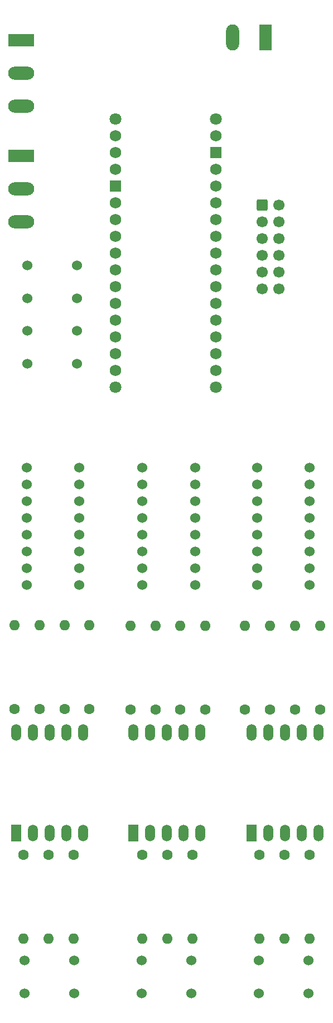
<source format=gbs>
G04 #@! TF.GenerationSoftware,KiCad,Pcbnew,7.0.10-7.0.10~ubuntu22.04.1*
G04 #@! TF.CreationDate,2024-02-26T11:42:45-05:00*
G04 #@! TF.ProjectId,CapController,43617043-6f6e-4747-926f-6c6c65722e6b,rev?*
G04 #@! TF.SameCoordinates,Original*
G04 #@! TF.FileFunction,Soldermask,Bot*
G04 #@! TF.FilePolarity,Negative*
%FSLAX46Y46*%
G04 Gerber Fmt 4.6, Leading zero omitted, Abs format (unit mm)*
G04 Created by KiCad (PCBNEW 7.0.10-7.0.10~ubuntu22.04.1) date 2024-02-26 11:42:45*
%MOMM*%
%LPD*%
G01*
G04 APERTURE LIST*
G04 Aperture macros list*
%AMRoundRect*
0 Rectangle with rounded corners*
0 $1 Rounding radius*
0 $2 $3 $4 $5 $6 $7 $8 $9 X,Y pos of 4 corners*
0 Add a 4 corners polygon primitive as box body*
4,1,4,$2,$3,$4,$5,$6,$7,$8,$9,$2,$3,0*
0 Add four circle primitives for the rounded corners*
1,1,$1+$1,$2,$3*
1,1,$1+$1,$4,$5*
1,1,$1+$1,$6,$7*
1,1,$1+$1,$8,$9*
0 Add four rect primitives between the rounded corners*
20,1,$1+$1,$2,$3,$4,$5,0*
20,1,$1+$1,$4,$5,$6,$7,0*
20,1,$1+$1,$6,$7,$8,$9,0*
20,1,$1+$1,$8,$9,$2,$3,0*%
G04 Aperture macros list end*
%ADD10R,3.960000X1.980000*%
%ADD11O,3.960000X1.980000*%
%ADD12C,1.600000*%
%ADD13O,1.600000X1.600000*%
%ADD14R,1.980000X3.960000*%
%ADD15O,1.980000X3.960000*%
%ADD16C,1.524000*%
%ADD17R,1.524000X2.524000*%
%ADD18O,1.524000X2.524000*%
%ADD19C,1.800000*%
%ADD20C,1.727200*%
%ADD21R,1.727200X1.727200*%
%ADD22RoundRect,0.250000X-0.600000X-0.600000X0.600000X-0.600000X0.600000X0.600000X-0.600000X0.600000X0*%
%ADD23C,1.700000*%
G04 APERTURE END LIST*
D10*
X104010449Y-43253198D03*
D11*
X104010449Y-48253198D03*
X104010449Y-53253198D03*
D12*
X114400000Y-127100000D03*
D13*
X114400000Y-114400000D03*
D12*
X140200000Y-149200000D03*
D13*
X140200000Y-161900000D03*
D14*
X141140449Y-25273198D03*
D15*
X136140449Y-25273198D03*
D16*
X112490449Y-64883198D03*
X112490449Y-59883198D03*
X104990449Y-59883198D03*
X104990449Y-64883198D03*
D12*
X128200000Y-127150000D03*
D13*
X128200000Y-114450000D03*
D12*
X126200000Y-149200000D03*
D13*
X126200000Y-161900000D03*
D12*
X104400000Y-149200000D03*
D13*
X104400000Y-161900000D03*
D12*
X130000000Y-149200000D03*
D13*
X130000000Y-161900000D03*
D16*
X122360000Y-165200000D03*
X122360000Y-170200000D03*
X129860000Y-170200000D03*
X129860000Y-165200000D03*
D12*
X103000000Y-127100000D03*
D13*
X103000000Y-114400000D03*
D12*
X112000000Y-149200000D03*
D13*
X112000000Y-161900000D03*
D12*
X132000000Y-127150000D03*
D13*
X132000000Y-114450000D03*
D16*
X104540000Y-165200000D03*
X104540000Y-170200000D03*
X112040000Y-170200000D03*
X112040000Y-165200000D03*
D12*
X141800000Y-127150000D03*
D13*
X141800000Y-114450000D03*
D12*
X124400000Y-127150000D03*
D13*
X124400000Y-114450000D03*
D12*
X108200000Y-149200000D03*
D13*
X108200000Y-161900000D03*
D12*
X147800000Y-149200000D03*
D13*
X147800000Y-161900000D03*
D12*
X120600000Y-127150000D03*
D13*
X120600000Y-114450000D03*
D12*
X106800000Y-127100000D03*
D13*
X106800000Y-114400000D03*
D12*
X145600000Y-127150000D03*
D13*
X145600000Y-114450000D03*
D17*
X139000000Y-145840000D03*
D18*
X141540000Y-145840000D03*
X144080000Y-145840000D03*
X146620000Y-145840000D03*
X149160000Y-145840000D03*
X149160000Y-130600000D03*
X146620000Y-130600000D03*
X144080000Y-130600000D03*
X141540000Y-130600000D03*
X139000000Y-130600000D03*
D12*
X138000000Y-127150000D03*
D13*
X138000000Y-114450000D03*
D16*
X112490449Y-74753198D03*
X112490449Y-69753198D03*
X104990449Y-69753198D03*
X104990449Y-74753198D03*
D12*
X122400000Y-149200000D03*
D13*
X122400000Y-161900000D03*
D10*
X104000449Y-25708198D03*
D11*
X104000449Y-30708198D03*
X104000449Y-35708198D03*
D19*
X118360449Y-37663198D03*
X118360449Y-78303198D03*
X133600449Y-37663198D03*
X133600449Y-78303198D03*
D20*
X133600449Y-73223198D03*
X133600449Y-47823198D03*
X133600449Y-68143198D03*
X133600449Y-65603198D03*
X133600449Y-63063198D03*
X133600449Y-60523198D03*
X133600449Y-57983198D03*
X133600449Y-55443198D03*
X133600449Y-52903198D03*
X133600449Y-50363198D03*
X133600449Y-70683198D03*
X118360449Y-42743198D03*
X118360449Y-40203198D03*
X118360449Y-50363198D03*
X118360449Y-52903198D03*
X118360449Y-55443198D03*
X118360449Y-57983198D03*
X118360449Y-60523198D03*
X118360449Y-63063198D03*
X118360449Y-65603198D03*
X118360449Y-68143198D03*
X118360449Y-70683198D03*
X118360449Y-73223198D03*
X118360449Y-75763198D03*
X133600449Y-75763198D03*
D21*
X118360449Y-47823198D03*
X133600449Y-42743198D03*
D20*
X118360449Y-45283198D03*
X133600449Y-45283198D03*
X133600449Y-40203198D03*
D16*
X112840449Y-108263198D03*
X112840449Y-105723198D03*
X112840449Y-103183198D03*
X112840449Y-100643198D03*
X112840449Y-98103198D03*
X112840449Y-95563198D03*
X112840449Y-93023198D03*
X112840449Y-90483198D03*
X104840449Y-90483198D03*
X104840449Y-93023198D03*
X104840449Y-95563198D03*
X104840449Y-98103198D03*
X104840449Y-100643198D03*
X104840449Y-103183198D03*
X104840449Y-105723198D03*
X104840449Y-108263198D03*
D12*
X110600000Y-127100000D03*
D13*
X110600000Y-114400000D03*
D17*
X121070000Y-145840000D03*
D18*
X123610000Y-145840000D03*
X126150000Y-145840000D03*
X128690000Y-145840000D03*
X131230000Y-145840000D03*
X131230000Y-130600000D03*
X128690000Y-130600000D03*
X126150000Y-130600000D03*
X123610000Y-130600000D03*
X121070000Y-130600000D03*
D16*
X130440449Y-108263198D03*
X130440449Y-105723198D03*
X130440449Y-103183198D03*
X130440449Y-100643198D03*
X130440449Y-98103198D03*
X130440449Y-95563198D03*
X130440449Y-93023198D03*
X130440449Y-90483198D03*
X122440449Y-90483198D03*
X122440449Y-93023198D03*
X122440449Y-95563198D03*
X122440449Y-98103198D03*
X122440449Y-100643198D03*
X122440449Y-103183198D03*
X122440449Y-105723198D03*
X122440449Y-108263198D03*
D12*
X144000000Y-149200000D03*
D13*
X144000000Y-161900000D03*
D17*
X103290000Y-145840000D03*
D18*
X105830000Y-145840000D03*
X108370000Y-145840000D03*
X110910000Y-145840000D03*
X113450000Y-145840000D03*
X113450000Y-130600000D03*
X110910000Y-130600000D03*
X108370000Y-130600000D03*
X105830000Y-130600000D03*
X103290000Y-130600000D03*
D16*
X140100000Y-165200000D03*
X140100000Y-170200000D03*
X147600000Y-170200000D03*
X147600000Y-165200000D03*
X147840449Y-108263198D03*
X147840449Y-105723198D03*
X147840449Y-103183198D03*
X147840449Y-100643198D03*
X147840449Y-98103198D03*
X147840449Y-95563198D03*
X147840449Y-93023198D03*
X147840449Y-90483198D03*
X139840449Y-90483198D03*
X139840449Y-93023198D03*
X139840449Y-95563198D03*
X139840449Y-98103198D03*
X139840449Y-100643198D03*
X139840449Y-103183198D03*
X139840449Y-105723198D03*
X139840449Y-108263198D03*
D22*
X140602949Y-50693198D03*
D23*
X143142949Y-50693198D03*
X140602949Y-53233198D03*
X143142949Y-53233198D03*
X140602949Y-55773198D03*
X143142949Y-55773198D03*
X140602949Y-58313198D03*
X143142949Y-58313198D03*
X140602949Y-60853198D03*
X143142949Y-60853198D03*
X140602949Y-63393198D03*
X143142949Y-63393198D03*
D12*
X149400000Y-127150000D03*
D13*
X149400000Y-114450000D03*
M02*

</source>
